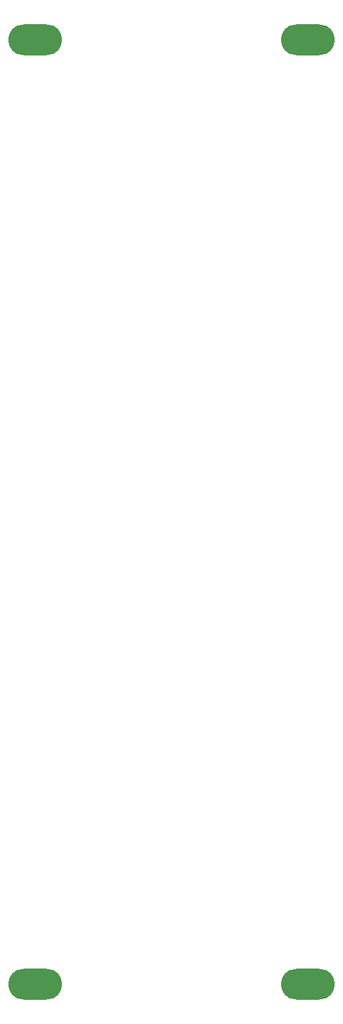
<source format=gbs>
%TF.GenerationSoftware,KiCad,Pcbnew,9.0.3*%
%TF.CreationDate,2026-01-03T16:37:14+00:00*%
%TF.ProjectId,state-variable-filter-faceplate,73746174-652d-4766-9172-6961626c652d,rev?*%
%TF.SameCoordinates,Original*%
%TF.FileFunction,Soldermask,Bot*%
%TF.FilePolarity,Negative*%
%FSLAX46Y46*%
G04 Gerber Fmt 4.6, Leading zero omitted, Abs format (unit mm)*
G04 Created by KiCad (PCBNEW 9.0.3) date 2026-01-03 16:37:14*
%MOMM*%
%LPD*%
G01*
G04 APERTURE LIST*
%ADD10O,7.000000X4.000000*%
G04 APERTURE END LIST*
D10*
%TO.C,REF\u002A\u002A*%
X112250000Y-166250000D03*
%TD*%
%TO.C,REF\u002A\u002A*%
X112250000Y-43750000D03*
%TD*%
%TO.C,REF\u002A\u002A*%
X76750000Y-43750000D03*
%TD*%
%TO.C,REF\u002A\u002A*%
X76750000Y-166250000D03*
%TD*%
M02*

</source>
